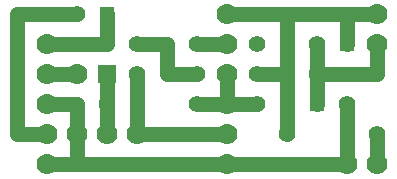
<source format=gbl>
G75*
%MOIN*%
%OFA0B0*%
%FSLAX25Y25*%
%IPPOS*%
%LPD*%
%AMOC8*
5,1,8,0,0,1.08239X$1,22.5*
%
%ADD10C,0.07000*%
%ADD11C,0.05543*%
%ADD12R,0.04756X0.04756*%
%ADD13R,0.06300X0.06300*%
%ADD14R,0.05150X0.05150*%
%ADD15C,0.05000*%
D10*
X0040337Y0011833D03*
X0040337Y0021833D03*
X0050337Y0021833D03*
X0060337Y0021833D03*
X0070337Y0021833D03*
X0100337Y0021833D03*
X0100337Y0011833D03*
X0140337Y0011833D03*
X0150337Y0011833D03*
X0100337Y0031833D03*
X0100337Y0041833D03*
X0100337Y0051833D03*
X0100337Y0061833D03*
X0050337Y0041833D03*
X0040337Y0041833D03*
X0040337Y0051833D03*
X0040337Y0031833D03*
X0150337Y0051833D03*
X0150337Y0061833D03*
D11*
X0130337Y0051833D03*
X0110337Y0051833D03*
X0090337Y0051833D03*
X0070337Y0051833D03*
X0070337Y0041833D03*
X0090337Y0041833D03*
X0110337Y0041833D03*
X0130337Y0041833D03*
X0140337Y0031833D03*
X0150337Y0021833D03*
X0120337Y0021833D03*
X0110337Y0031833D03*
X0090337Y0031833D03*
X0060337Y0031833D03*
X0050337Y0061833D03*
D12*
X0060337Y0061833D03*
X0140337Y0051833D03*
D13*
X0060337Y0041833D03*
D14*
X0130337Y0031833D03*
D15*
X0130337Y0041833D01*
X0130337Y0051833D01*
X0140337Y0051833D02*
X0140337Y0061833D01*
X0120337Y0061833D01*
X0120337Y0041833D01*
X0110337Y0041833D01*
X0100337Y0041833D02*
X0100337Y0031833D01*
X0090337Y0031833D01*
X0110337Y0031833D01*
X0100337Y0021833D02*
X0070337Y0021833D01*
X0070337Y0041833D01*
X0060337Y0041833D02*
X0060337Y0031833D01*
X0060337Y0021833D01*
X0050337Y0021833D02*
X0050337Y0031833D01*
X0040337Y0031833D01*
X0040337Y0021833D02*
X0030337Y0021833D01*
X0030337Y0061833D01*
X0050337Y0061833D01*
X0060337Y0061833D02*
X0060337Y0051833D01*
X0040337Y0051833D01*
X0040337Y0041833D02*
X0050337Y0041833D01*
X0070337Y0051833D02*
X0080337Y0051833D01*
X0080337Y0041833D01*
X0090337Y0041833D01*
X0090337Y0051833D02*
X0100337Y0051833D01*
X0120337Y0041833D02*
X0120337Y0021833D01*
X0100337Y0011833D02*
X0050337Y0011833D01*
X0040337Y0011833D01*
X0050337Y0011833D02*
X0050337Y0021833D01*
X0100337Y0011833D02*
X0140337Y0011833D01*
X0140337Y0031833D01*
X0150337Y0021833D02*
X0150337Y0011833D01*
X0150337Y0041833D02*
X0130337Y0041833D01*
X0150337Y0041833D02*
X0150337Y0051833D01*
X0150337Y0061833D02*
X0140337Y0061833D01*
X0120337Y0061833D02*
X0100337Y0061833D01*
M02*

</source>
